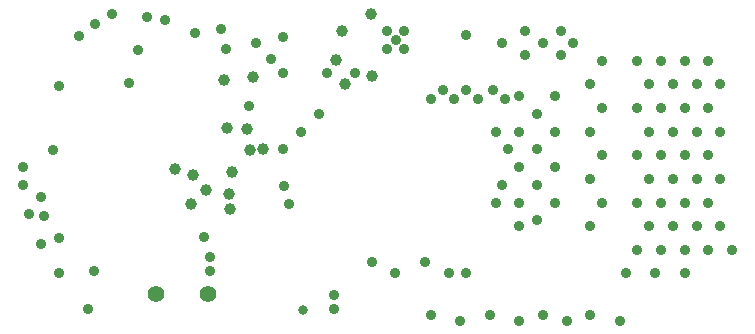
<source format=gbr>
%TF.GenerationSoftware,Altium Limited,Altium Designer,23.8.1 (32)*%
G04 Layer_Color=16711935*
%FSLAX45Y45*%
%MOMM*%
%TF.SameCoordinates,9B8521B9-100F-40E6-B2DB-B025D5793E82*%
%TF.FilePolarity,Negative*%
%TF.FileFunction,Soldermask,Bot*%
%TF.Part,Single*%
G01*
G75*
%TA.AperFunction,ComponentPad*%
%ADD69C,1.40320*%
%TA.AperFunction,ViaPad*%
%ADD70C,0.90320*%
%ADD71C,0.80320*%
%ADD72C,1.00320*%
D69*
X-1975000Y-1072500D02*
D03*
X-1535000D02*
D03*
D70*
X-2130000Y990000D02*
D03*
X2900000Y-700000D02*
D03*
X2700000D02*
D03*
X2500000D02*
D03*
X2300000D02*
D03*
X2100000D02*
D03*
X1700000Y-500000D02*
D03*
X1800000Y-300000D02*
D03*
X1700000Y-100000D02*
D03*
X1800000Y100000D02*
D03*
X2800000Y-500000D02*
D03*
X2600000D02*
D03*
X2400000D02*
D03*
X2200000D02*
D03*
X2100000Y-300000D02*
D03*
X2300000D02*
D03*
X2500000D02*
D03*
X2700000D02*
D03*
X2800000Y-100000D02*
D03*
X2600000D02*
D03*
X2400000D02*
D03*
X2200000D02*
D03*
X2100000Y100000D02*
D03*
X2300000D02*
D03*
X2500000D02*
D03*
X2700000D02*
D03*
X2800000Y300000D02*
D03*
X2600000D02*
D03*
X2400000D02*
D03*
X2200000D02*
D03*
X1700000D02*
D03*
X1800000Y500000D02*
D03*
X2100000D02*
D03*
X2300000D02*
D03*
X2500000D02*
D03*
X2700000D02*
D03*
X2800000Y700000D02*
D03*
X2600000D02*
D03*
X2400000D02*
D03*
X2200000D02*
D03*
X1700000D02*
D03*
X1800000Y900000D02*
D03*
X2100000D02*
D03*
X2300000D02*
D03*
X2500000D02*
D03*
X2700000D02*
D03*
X1550000Y1050000D02*
D03*
X1450000Y1150000D02*
D03*
X1150000D02*
D03*
X950000Y1050000D02*
D03*
X1150000Y950000D02*
D03*
X1300000Y1050000D02*
D03*
X1450000Y950000D02*
D03*
X-2501250Y-875000D02*
D03*
X-1570000Y-590000D02*
D03*
X-1520000Y-760000D02*
D03*
X900000Y-300000D02*
D03*
X950000Y-150000D02*
D03*
X1000000Y150000D02*
D03*
X900000Y300000D02*
D03*
X975000Y575000D02*
D03*
X875000Y650000D02*
D03*
X750000Y575000D02*
D03*
X650000Y650000D02*
D03*
X550000Y575000D02*
D03*
X450000Y650000D02*
D03*
X350000Y575000D02*
D03*
X-2055000Y1275000D02*
D03*
X-1650000Y1140000D02*
D03*
X-1380000Y1000000D02*
D03*
X-1130000Y1050000D02*
D03*
X-2630000Y1110000D02*
D03*
X-2490000Y1210000D02*
D03*
X-2350000Y1300000D02*
D03*
X-470000Y-1200000D02*
D03*
X-900000Y1100000D02*
D03*
Y800000D02*
D03*
X-150000Y-800000D02*
D03*
X50000Y-900000D02*
D03*
X300000Y-800000D02*
D03*
X500000Y-900000D02*
D03*
X-600000Y450000D02*
D03*
X-750000Y300000D02*
D03*
X-900000Y150000D02*
D03*
X-2550000Y-1200000D02*
D03*
X-2800000Y-900000D02*
D03*
Y-600000D02*
D03*
X-2950000Y-650000D02*
D03*
X-3050000Y-400000D02*
D03*
X-2950000Y-250000D02*
D03*
X-3100000Y-150000D02*
D03*
Y0D02*
D03*
X350000Y-1250000D02*
D03*
X600000Y-1300000D02*
D03*
X850000Y-1250000D02*
D03*
X1100000Y-1300000D02*
D03*
X1300000Y-1250000D02*
D03*
X1500000Y-1300000D02*
D03*
X1700000Y-1250000D02*
D03*
X1950000Y-1300000D02*
D03*
X1250000Y-450000D02*
D03*
X1400000Y-300000D02*
D03*
X1100000D02*
D03*
X1250000Y-150000D02*
D03*
X1400000Y0D02*
D03*
X1100000D02*
D03*
X1250000Y150000D02*
D03*
X1400000Y300000D02*
D03*
X1100000D02*
D03*
X1250000Y450000D02*
D03*
X1400000Y600000D02*
D03*
X1100000D02*
D03*
X2000000Y-900000D02*
D03*
X2250000D02*
D03*
X2500000D02*
D03*
X-1899950Y1249950D02*
D03*
X-295000Y795000D02*
D03*
X-527500Y797500D02*
D03*
X-1005000Y915000D02*
D03*
X-2207500Y715000D02*
D03*
X-1520000Y-877500D02*
D03*
X-2925000Y-412500D02*
D03*
X650000Y1117500D02*
D03*
X-890000Y-160000D02*
D03*
X-850000Y-310000D02*
D03*
X-1190000Y520000D02*
D03*
X-1430000Y1170000D02*
D03*
X-470000Y-1080000D02*
D03*
X1100000Y-500000D02*
D03*
X650000Y-900000D02*
D03*
X-2795000Y690000D02*
D03*
X-2845000Y145000D02*
D03*
X55000Y1080000D02*
D03*
X125000Y1150000D02*
D03*
X-25000D02*
D03*
X125000Y1000000D02*
D03*
X-25000D02*
D03*
D71*
X-735000Y-1212500D02*
D03*
D72*
X-376525Y706524D02*
D03*
X-150000Y775000D02*
D03*
X-455000Y910000D02*
D03*
X-152500Y1295500D02*
D03*
X-1660000Y-67500D02*
D03*
X-1820000Y-12000D02*
D03*
X-1679500Y-309572D02*
D03*
X-1550335Y-189835D02*
D03*
X-1355549Y-228000D02*
D03*
X-1350000Y-358000D02*
D03*
X-1335508Y-42773D02*
D03*
X-1400500Y738000D02*
D03*
X-1159500Y760000D02*
D03*
X-1180000Y143000D02*
D03*
X-1203224Y319000D02*
D03*
X-1074731Y155431D02*
D03*
X-1375000Y330000D02*
D03*
X-400000Y1150000D02*
D03*
%TF.MD5,45b3bd0be6cb952e67c4efe523cfe036*%
M02*

</source>
